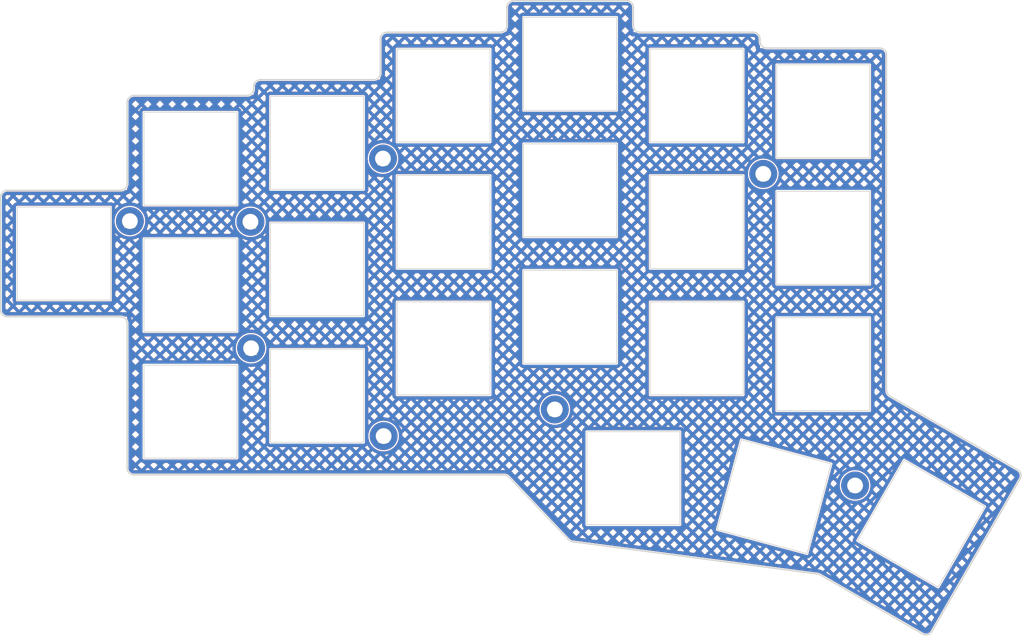
<source format=kicad_pcb>
(kicad_pcb (version 20211014) (generator pcbnew)
  (layers (0 "F.Cu" signal) (31 "B.Cu" signal) (34 "B.Paste" user) (35 "F.Paste" user) (36 "B.SilkS" user "B.Silkscreen") (37 "F.SilkS" user "F.Silkscreen") (38 "B.Mask" user) (39 "F.Mask" user) (44 "Edge.Cuts" user))
  (net 0 "")
  (footprint "kbd:SW_Hole" (layer "F.Cu") (at 42.721463 76.099368)
    (fp_text reference "K18" hide)
    (fp_text value "KEYSW" hide)
    (fp_line (start 7 7) (end 7 -7) (layer "Edge.Cuts") (width 0.12))
    (fp_line (start 7 -7) (end -7 -7) (layer "Edge.Cuts") (width 0.12))
    (fp_line (start -7 -7) (end -7 7) (layer "Edge.Cuts") (width 0.12))
    (fp_line (start -7 7) (end 7 7) (layer "Edge.Cuts") (width 0.12))
  )
  (footprint "kbd:SW_Hole" (layer "F.Cu") (at 118.721463 47.599367)
    (fp_text reference "K21" hide)
    (fp_text value "KEYSW" hide)
    (fp_line (start -7 7) (end 7 7) (layer "Edge.Cuts") (width 0.12))
    (fp_line (start 7 -7) (end -7 -7) (layer "Edge.Cuts") (width 0.12))
    (fp_line (start -7 -7) (end -7 7) (layer "Edge.Cuts") (width 0.12))
    (fp_line (start 7 7) (end 7 -7) (layer "Edge.Cuts") (width 0.12))
  )
  (footprint "kbd:SW_Hole" (layer "F.Cu") (at 42.721463 57.099368)
    (fp_text reference "K14" hide)
    (fp_text value "KEYSW" hide)
    (fp_line (start 7 7) (end 7 -7) (layer "Edge.Cuts") (width 0.12))
    (fp_line (start -7 -7) (end -7 7) (layer "Edge.Cuts") (width 0.12))
    (fp_line (start -7 7) (end 7 7) (layer "Edge.Cuts") (width 0.12))
    (fp_line (start 7 -7) (end -7 -7) (layer "Edge.Cuts") (width 0.12))
  )
  (footprint "kbd:SW_Hole" (layer "F.Cu") (at 61.721463 35.724368)
    (fp_text reference "K13" hide)
    (fp_text value "KEYSW" hide)
    (fp_line (start -7 -7) (end -7 7) (layer "Edge.Cuts") (width 0.12))
    (fp_line (start 7 7) (end 7 -7) (layer "Edge.Cuts") (width 0.12))
    (fp_line (start 7 -7) (end -7 -7) (layer "Edge.Cuts") (width 0.12))
    (fp_line (start -7 7) (end 7 7) (layer "Edge.Cuts") (width 0.12))
  )
  (footprint "kbd:SW_Hole" (layer "F.Cu") (at 152.426296 92.925796 60)
    (fp_text reference "K22" hide)
    (fp_text value "KEYSW" hide)
    (fp_line (start -7 7) (end 7 7) (layer "Edge.Cuts") (width 0.12))
    (fp_line (start -7 -7) (end -7 7) (layer "Edge.Cuts") (width 0.12))
    (fp_line (start 7 7) (end 7 -7) (layer "Edge.Cuts") (width 0.12))
    (fp_line (start 7 -7) (end -7 -7) (layer "Edge.Cuts") (width 0.12))
  )
  (footprint "kbd:M2_Hole_TH_mod" (layer "F.Cu") (at 128.721463 40.374367)
    (fp_text reference "H8" (at 0 0.5) (layer "F.SilkS"))
    (fp_text value "MountingHole")
    (fp_circle (center 0 0) (end 1.15 0) (layer "Edge.Cuts") (width 0.1) (fill none))
    (pad "" thru_hole circle (at 0 0) (size 4.2 4.2) (drill 2.3) (layers *.Cu *.Mask))
  )
  (footprint "kbd:SW_Hole" (layer "F.Cu") (at 80.721463 66.599368)
    (fp_text reference "K9" hide)
    (fp_text value "KEYSW" hide)
    (fp_line (start -7 7) (end 7 7) (layer "Edge.Cuts") (width 0.12))
    (fp_line (start 7 7) (end 7 -7) (layer "Edge.Cuts") (width 0.12))
    (fp_line (start 7 -7) (end -7 -7) (layer "Edge.Cuts") (width 0.12))
    (fp_line (start -7 -7) (end -7 7) (layer "Edge.Cuts") (width 0.12))
  )
  (footprint "kbd:M2_Hole_TH_mod" (layer "F.Cu") (at 71.621463 38.074367)
    (fp_text reference "H4" (at 0 0.5) (layer "F.SilkS"))
    (fp_text value "MountingHole")
    (fp_circle (center 0 0) (end 1.15 0) (layer "Edge.Cuts") (width 0.1) (fill none))
    (pad "" thru_hole circle (at 0 0) (size 4.2 4.2) (drill 2.3) (layers *.Cu *.Mask))
  )
  (footprint "kbd:SW_Hole" (layer "F.Cu") (at 130.35654 88.881582 -15)
    (fp_text reference "K1" hide)
    (fp_text value "KEYSW" hide)
    (fp_line (start 7 7) (end 7 -7) (layer "Edge.Cuts") (width 0.12))
    (fp_line (start 7 -7) (end -7 -7) (layer "Edge.Cuts") (width 0.12))
    (fp_line (start -7 7) (end 7 7) (layer "Edge.Cuts") (width 0.12))
    (fp_line (start -7 -7) (end -7 7) (layer "Edge.Cuts") (width 0.12))
  )
  (footprint "kbd:SW_Hole" (layer "F.Cu") (at 99.721463 23.849368)
    (fp_text reference "K11" hide)
    (fp_text value "KEYSW" hide)
    (fp_line (start -7 7) (end 7 7) (layer "Edge.Cuts") (width 0.12))
    (fp_line (start 7 -7) (end -7 -7) (layer "Edge.Cuts") (width 0.12))
    (fp_line (start -7 -7) (end -7 7) (layer "Edge.Cuts") (width 0.12))
    (fp_line (start 7 7) (end 7 -7) (layer "Edge.Cuts") (width 0.12))
  )
  (footprint "kbd:M2_Hole_TH_mod" (layer "F.Cu") (at 51.821463 66.574367)
    (fp_text reference "H2" (at 0 0.5) (layer "F.SilkS"))
    (fp_text value "MountingHole")
    (fp_circle (center 0 0) (end 1.15 0) (layer "Edge.Cuts") (width 0.1) (fill none))
    (pad "" thru_hole circle (at 0 0) (size 4.2 4.2) (drill 2.3) (layers *.Cu *.Mask))
  )
  (footprint "kbd:SW_Hole" (layer "F.Cu") (at 42.721463 38.099368)
    (fp_text reference "K7" hide)
    (fp_text value "KEYSW" hide)
    (fp_line (start -7 7) (end 7 7) (layer "Edge.Cuts") (width 0.12))
    (fp_line (start -7 -7) (end -7 7) (layer "Edge.Cuts") (width 0.12))
    (fp_line (start 7 -7) (end -7 -7) (layer "Edge.Cuts") (width 0.12))
    (fp_line (start 7 7) (end 7 -7) (layer "Edge.Cuts") (width 0.12))
  )
  (footprint "kbd:SW_Hole" (layer "F.Cu") (at 118.721463 66.599367)
    (fp_text reference "K12" hide)
    (fp_text value "KEYSW" hide)
    (fp_line (start -7 7) (end 7 7) (layer "Edge.Cuts") (width 0.12))
    (fp_line (start 7 -7) (end -7 -7) (layer "Edge.Cuts") (width 0.12))
    (fp_line (start 7 7) (end 7 -7) (layer "Edge.Cuts") (width 0.12))
    (fp_line (start -7 -7) (end -7 7) (layer "Edge.Cuts") (width 0.12))
  )
  (footprint "kbd:M2_Hole_TH_mod" (layer "F.Cu") (at 33.621463 47.474367)
    (fp_text reference "H3" (at 0 0.5) (layer "F.SilkS"))
    (fp_text value "MountingHole")
    (fp_circle (center 0 0) (end 1.15 0) (layer "Edge.Cuts") (width 0.1) (fill none))
    (pad "" thru_hole circle (at 0 0) (size 4.2 4.2) (drill 2.3) (layers *.Cu *.Mask))
  )
  (footprint "kbd:M2_Hole_TH_mod" (layer "F.Cu") (at 51.721463 47.574367)
    (fp_text reference "H1" (at 0 0.5) (layer "F.SilkS"))
    (fp_text value "MountingHole")
    (fp_circle (center 0 0) (end 1.15 0) (layer "Edge.Cuts") (width 0.1) (fill none))
    (pad "" thru_hole circle (at 0 0) (size 4.2 4.2) (drill 2.3) (layers *.Cu *.Mask))
  )
  (footprint "kbd:SW_Hole" (layer "F.Cu") (at 118.721463 28.599367)
    (fp_text reference "K16" hide)
    (fp_text value "KEYSW" hide)
    (fp_line (start -7 -7) (end -7 7) (layer "Edge.Cuts") (width 0.12))
    (fp_line (start -7 7) (end 7 7) (layer "Edge.Cuts") (width 0.12))
    (fp_line (start 7 -7) (end -7 -7) (layer "Edge.Cuts") (width 0.12))
    (fp_line (start 7 7) (end 7 -7) (layer "Edge.Cuts") (width 0.12))
  )
  (footprint "kbd:SW_Hole" (layer "F.Cu") (at 80.721463 47.599368)
    (fp_text reference "K6" hide)
    (fp_text value "KEYSW" hide)
    (fp_line (start -7 -7) (end -7 7) (layer "Edge.Cuts") (width 0.12))
    (fp_line (start 7 -7) (end -7 -7) (layer "Edge.Cuts") (width 0.12))
    (fp_line (start -7 7) (end 7 7) (layer "Edge.Cuts") (width 0.12))
    (fp_line (start 7 7) (end 7 -7) (layer "Edge.Cuts") (width 0.12))
  )
  (footprint "kbd:M2_Hole_TH_mod" (layer "F.Cu") (at 97.421463 75.774367)
    (fp_text reference "H6" (at 0 0.5) (layer "F.SilkS"))
    (fp_text value "MountingHole")
    (fp_circle (center 0 0) (end 1.15 0) (layer "Edge.Cuts") (width 0.1) (fill none))
    (pad "" thru_hole circle (at 0 0) (size 4.2 4.2) (drill 2.3) (layers *.Cu *.Mask))
  )
  (footprint "kbd:SW_Hole" (layer "F.Cu") (at 109.221463 86.099097)
    (fp_text reference "K5" hide)
    (fp_text value "KEYSW" hide)
    (fp_line (start 7 -7) (end -7 -7) (layer "Edge.Cuts") (width 0.12))
    (fp_line (start 7 7) (end 7 -7) (layer "Edge.Cuts") (width 0.12))
    (fp_line (start -7 7) (end 7 7) (layer "Edge.Cuts") (width 0.12))
    (fp_line (start -7 -7) (end -7 7) (layer "Edge.Cuts") (width 0.12))
  )
  (footprint "kbd:SW_Hole" (layer "F.Cu") (at 137.721463 49.974367)
    (fp_text reference "K3" hide)
    (fp_text value "KEYSW" hide)
    (fp_line (start -7 -7) (end -7 7) (layer "Edge.Cuts") (width 0.12))
    (fp_line (start 7 -7) (end -7 -7) (layer "Edge.Cuts") (width 0.12))
    (fp_line (start -7 7) (end 7 7) (layer "Edge.Cuts") (width 0.12))
    (fp_line (start 7 7) (end 7 -7) (layer "Edge.Cuts") (width 0.12))
  )
  (footprint "kbd:SW_Hole" (layer "F.Cu") (at 23.721464 52.349367)
    (fp_text reference "K10" hide)
    (fp_text value "KEYSW" hide)
    (fp_line (start 7 7) (end 7 -7) (layer "Edge.Cuts") (width 0.12))
    (fp_line (start 7 -7) (end -7 -7) (layer "Edge.Cuts") (width 0.12))
    (fp_line (start -7 7) (end 7 7) (layer "Edge.Cuts") (width 0.12))
    (fp_line (start -7 -7) (end -7 7) (layer "Edge.Cuts") (width 0.12))
  )
  (footprint "kbd:SW_Hole" (layer "F.Cu") (at 99.721463 42.849368)
    (fp_text reference "K19" hide)
    (fp_text value "KEYSW" hide)
    (fp_line (start -7 7) (end 7 7) (layer "Edge.Cuts") (width 0.12))
    (fp_line (start 7 -7) (end -7 -7) (layer "Edge.Cuts") (width 0.12))
    (fp_line (start -7 -7) (end -7 7) (layer "Edge.Cuts") (width 0.12))
    (fp_line (start 7 7) (end 7 -7) (layer "Edge.Cuts") (width 0.12))
  )
  (footprint "kbd:SW_Hole" (layer "F.Cu") (at 61.721463 73.724368)
    (fp_text reference "K8" hide)
    (fp_text value "KEYSW" hide)
    (fp_line (start -7 7) (end 7 7) (layer "Edge.Cuts") (width 0.12))
    (fp_line (start 7 -7) (end -7 -7) (layer "Edge.Cuts") (width 0.12))
    (fp_line (start 7 7) (end 7 -7) (layer "Edge.Cuts") (width 0.12))
    (fp_line (start -7 -7) (end -7 7) (layer "Edge.Cuts") (width 0.12))
  )
  (footprint "kbd:M2_Hole_TH_mod" (layer "F.Cu") (at 71.721463 79.774367)
    (fp_text reference "H5" (at 0 0.5) (layer "F.SilkS"))
    (fp_text value "MountingHole")
    (fp_circle (center 0 0) (end 1.15 0) (layer "Edge.Cuts") (width 0.1) (fill none))
    (pad "" thru_hole circle (at 0 0) (size 4.2 4.2) (drill 2.3) (layers *.Cu *.Mask))
  )
  (footprint "kbd:SW_Hole" (layer "F.Cu") (at 137.721463 30.974367)
    (fp_text reference "K4" hide)
    (fp_text value "KEYSW" hide)
    (fp_line (start -7 7) (end 7 7) (layer "Edge.Cuts") (width 0.12))
    (fp_line (start 7 -7) (end -7 -7) (layer "Edge.Cuts") (width 0.12))
    (fp_line (start -7 -7) (end -7 7) (layer "Edge.Cuts") (width 0.12))
    (fp_line (start 7 7) (end 7 -7) (layer "Edge.Cuts") (width 0.12))
  )
  (footprint "kbd:SW_Hole" (layer "F.Cu") (at 137.721463 68.974367)
    (fp_text reference "K2" hide)
    (fp_text value "KEYSW" hide)
    (fp_line (start 7 7) (end 7 -7) (layer "Edge.Cuts") (width 0.12))
    (fp_line (start -7 -7) (end -7 7) (layer "Edge.Cuts") (width 0.12))
    (fp_line (start -7 7) (end 7 7) (layer "Edge.Cuts") (width 0.12))
    (fp_line (start 7 -7) (end -7 -7) (layer "Edge.Cuts") (width 0.12))
  )
  (footprint "kbd:SW_Hole" (layer "F.Cu") (at 99.721463 61.849368)
    (fp_text reference "K15" hide)
    (fp_text value "KEYSW" hide)
    (fp_line (start -7 -7) (end -7 7) (layer "Edge.Cuts") (width 0.12))
    (fp_line (start -7 7) (end 7 7) (layer "Edge.Cuts") (width 0.12))
    (fp_line (start 7 -7) (end -7 -7) (layer "Edge.Cuts") (width 0.12))
    (fp_line (start 7 7) (end 7 -7) (layer "Edge.Cuts") (width 0.12))
  )
  (footprint "kbd:M2_Hole_TH_mod" (layer "F.Cu") (at 142.507505 87.19918)
    (fp_text reference "H9" (at 0 0.5) (layer "F.SilkS"))
    (fp_text value "MountingHole")
    (fp_circle (center 0 0) (end 1.15 0) (layer "Edge.Cuts") (width 0.1) (fill none))
    (pad "" thru_hole circle (at 0 0) (size 4.2 4.2) (drill 2.3) (layers *.Cu *.Mask))
  )
  (footprint "kbd:SW_Hole" (layer "F.Cu") (at 61.721463 54.724368)
    (fp_text reference "K17" hide)
    (fp_text value "KEYSW" hide)
    (fp_line (start 7 7) (end 7 -7) (layer "Edge.Cuts") (width 0.12))
    (fp_line (start 7 -7) (end -7 -7) (layer "Edge.Cuts") (width 0.12))
    (fp_line (start -7 -7) (end -7 7) (layer "Edge.Cuts") (width 0.12))
    (fp_line (start -7 7) (end 7 7) (layer "Edge.Cuts") (width 0.12))
  )
  (footprint "kbd:SW_Hole" (layer "F.Cu") (at 80.721463 28.599368)
    (fp_text reference "K20" hide)
    (fp_text value "KEYSW" hide)
    (fp_line (start -7 7) (end 7 7) (layer "Edge.Cuts") (width 0.12))
    (fp_line (start 7 -7) (end -7 -7) (layer "Edge.Cuts") (width 0.12))
    (fp_line (start -7 -7) (end -7 7) (layer "Edge.Cuts") (width 0.12))
    (fp_line (start 7 7) (end 7 -7) (layer "Edge.Cuts") (width 0.12))
  )
  (gr_arc (start 89.796623 85.599367) (mid 90.187009 85.679623) (end 90.514076 85.907372) (layer "Edge.Cuts") (width 0.2))
  (gr_arc (start 166.912511 84.834934) (mid 167.378437 85.442141) (end 167.278537 86.20096) (layer "Edge.Cuts") (width 0.2))
  (gr_arc (start 90.221463 18.099368) (mid 89.92857 18.806475) (end 89.221463 19.099368) (layer "Edge.Cuts") (width 0.2))
  (gr_line (start 15.221464 42.849368) (end 32.221465 42.849368) (layer "Edge.Cuts") (width 0.2))
  (gr_line (start 52.221463 27.599368) (end 52.221463 27.224367) (layer "Edge.Cuts") (width 0.2))
  (gr_line (start 99.480311 95.345258) (end 90.514076 85.907372) (layer "Edge.Cuts") (width 0.2))
  (gr_line (start 147.721463 73.754978) (end 166.912511 84.834934) (layer "Edge.Cuts") (width 0.2))
  (gr_line (start 147.221463 22.474368) (end 147.221463 72.888952) (layer "Edge.Cuts") (width 0.2))
  (gr_arc (start 71.221463 25.224368) (mid 70.92857 25.931475) (end 70.221463 26.224368) (layer "Edge.Cuts") (width 0.2))
  (gr_line (start 71.221463 25.224368) (end 71.221463 20.099368) (layer "Edge.Cuts") (width 0.2))
  (gr_arc (start 146.221463 21.474368) (mid 146.92857 21.767261) (end 147.221463 22.474368) (layer "Edge.Cuts") (width 0.2))
  (gr_arc (start 108.221463 14.349368) (mid 108.92857 14.642261) (end 109.221463 15.349368) (layer "Edge.Cuts") (width 0.2))
  (gr_line (start 110.221463 19.099367) (end 127.221463 19.099367) (layer "Edge.Cuts") (width 0.2))
  (gr_line (start 89.796623 85.599366) (end 51.221463 85.599366) (layer "Edge.Cuts") (width 0.2))
  (gr_line (start 152.662511 109.516658) (end 137.244527 100.615081) (layer "Edge.Cuts") (width 0.2))
  (gr_arc (start 110.221462 19.099368) (mid 109.514356 18.806474) (end 109.221463 18.099367) (layer "Edge.Cuts") (width 0.2))
  (gr_line (start 33.221463 84.609762) (end 33.221463 62.849367) (layer "Edge.Cuts") (width 0.2))
  (gr_arc (start 34.211068 85.599367) (mid 33.511312 85.309518) (end 33.221463 84.609762) (layer "Edge.Cuts") (width 0.2))
  (gr_line (start 51.221463 85.599366) (end 34.211068 85.599366) (layer "Edge.Cuts") (width 0.2))
  (gr_arc (start 52.221463 27.224368) (mid 52.514356 26.517261) (end 53.221463 26.224368) (layer "Edge.Cuts") (width 0.2))
  (gr_line (start 53.221463 26.224368) (end 70.221463 26.224368) (layer "Edge.Cuts") (width 0.2))
  (gr_line (start 14.221465 60.849368) (end 14.221465 43.849369) (layer "Edge.Cuts") (width 0.2))
  (gr_arc (start 15.221464 61.849367) (mid 14.514358 61.556474) (end 14.221465 60.849368) (layer "Edge.Cuts") (width 0.2))
  (gr_arc (start 14.221465 43.849369) (mid 14.514358 43.142262) (end 15.221464 42.849368) (layer "Edge.Cuts") (width 0.2))
  (gr_arc (start 32.221466 61.849364) (mid 32.928572 62.142259) (end 33.221463 62.849367) (layer "Edge.Cuts") (width 0.2))
  (gr_arc (start 129.221463 21.474367) (mid 128.514356 21.181474) (end 128.221463 20.474367) (layer "Edge.Cuts") (width 0.2))
  (gr_arc (start 52.221466 27.599371) (mid 51.928571 28.306477) (end 51.221463 28.599368) (layer "Edge.Cuts") (width 0.2))
  (gr_arc (start 33.221465 41.84937) (mid 32.928571 42.556475) (end 32.221464 42.849367) (layer "Edge.Cuts") (width 0.2))
  (gr_arc (start 90.221463 15.349368) (mid 90.514356 14.642261) (end 91.221463 14.349368) (layer "Edge.Cuts") (width 0.2))
  (gr_arc (start 127.221463 19.099367) (mid 127.92857 19.39226) (end 128.221463 20.099367) (layer "Edge.Cuts") (width 0.2))
  (gr_arc (start 100.068595 95.644797) (mid 99.748739 95.545528) (end 99.480311 95.345258) (layer "Edge.Cuts") (width 0.2))
  (gr_line (start 136.878894 100.490965) (end 100.068595 95.644797) (layer "Edge.Cuts") (width 0.2))
  (gr_line (start 33.221463 41.849368) (end 33.221464 29.599368) (layer "Edge.Cuts") (width 0.2))
  (gr_line (start 109.221463 15.349368) (end 109.221463 18.099367) (layer "Edge.Cuts") (width 0.2))
  (gr_line (start 128.221463 20.099367) (end 128.221463 20.474367) (layer "Edge.Cuts") (width 0.2))
  (gr_arc (start 33.221464 29.599368) (mid 33.514357 28.892261) (end 34.221464 28.599368) (layer "Edge.Cuts") (width 0.2))
  (gr_line (start 129.221463 21.474367) (end 146.221463 21.474368) (layer "Edge.Cuts") (width 0.2))
  (gr_line (start 167.278537 86.20096) (end 154.028537 109.150633) (layer "Edge.Cuts") (width 0.2))
  (gr_arc (start 136.878894 100.490965) (mid 137.067823 100.535017) (end 137.244527 100.615081) (layer "Edge.Cuts") (width 0.2))
  (gr_arc (start 147.721463 73.754977) (mid 147.355438 73.388952) (end 147.221463 72.888952) (layer "Edge.Cuts") (width 0.2))
  (gr_arc (start 71.221462 20.099368) (mid 71.514356 19.392261) (end 72.221463 19.099367) (layer "Edge.Cuts") (width 0.2))
  (gr_line (start 90.221463 18.099368) (end 90.221463 15.349368) (layer "Edge.Cuts") (width 0.2))
  (gr_line (start 32.221464 61.849368) (end 15.221464 61.849368) (layer "Edge.Cuts") (width 0.2))
  (gr_line (start 91.221463 14.349368) (end 108.221463 14.349368) (layer "Edge.Cuts") (width 0.2))
  (gr_line (start 72.221463 19.099367) (end 89.221463 19.099368) (layer "Edge.Cuts") (width 0.2))
  (gr_arc (start 154.028536 109.150633) (mid 153.42133 109.616559) (end 152.662511 109.516658) (layer "Edge.Cuts") (width 0.2))
  (gr_line (start 34.221464 28.599368) (end 51.221463 28.599368) (layer "Edge.Cuts") (width 0.2))
  (zone (net 0) (net_name "") (layers F&B.Cu) (priority 1) (connect_pads (clearance 0.2)) (min_thickness 0.25) (fill yes (mode hatch) (thermal_gap 0.5) (thermal_bridge_width 0.5) (hatch_thickness 0.5) (hatch_gap 0.8) (hatch_orientation 45) (hatch_border_algorithm hatch_thickness) (hatch_min_hole_area 0.3))
    (polygon (pts (xy 109.221463 19.104952) (xy 128.221463 19.104952) (xy 128.221463 21.504952) (xy 147.221463 21.504952) (xy 147.221463 23.804952) (xy 147.721464 73.349367) (xy 167.821463 85.204952) (xy 153.421463 109.904952) (xy 137.021463 100.504952) (xy 99.721463 95.504952) (xy 90.121463 85.504952) (xy 33.221463 85.604952) (xy 33.221463 61.804952) (xy 14.121463 61.804952) (xy 14.221463 42.904952) (xy 33.221463 42.804952) (xy 33.221463 28.504952) (xy 52.221463 28.504952) (xy 52.221463 26.204952) (xy 71.221463 26.204952) (xy 71.221463 19.004952) (xy 90.221463 19.004952) (xy 90.221463 14.304952) (xy 109.221463 14.304952)))
  )
)
</source>
